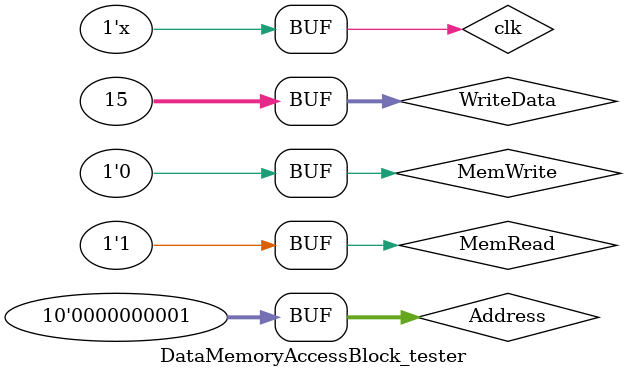
<source format=v>
`timescale 1ns / 1ps


module DataMemoryAccessBlock_tester;

	// Inputs
	reg clk;
	reg MemWrite;
	reg MemRead;
	reg [9:0] Address;
	reg [31:0] WriteData;

	// Outputs
	wire [31:0] ReadData;

	// Instantiate the Unit Under Test (UUT)
	DataMemoryAccessBlock uut (
		.clk(clk), 
		.MemWrite(MemWrite), 
		.MemRead(MemRead), 
		.Address(Address), 
		.WriteData(WriteData), 
		.ReadData(ReadData)
	);

	always #10 clk=~clk;

	initial begin
		// Initialize Inputs
		clk = 0;
		MemWrite = 0;
		MemRead = 0;
		Address = 0;
		WriteData = 0;

		// Wait 100 ns for global reset to finish
		#100;
      MemWrite = 1;
		WriteData = 15;	
		#20;
      MemWrite = 0;
		MemRead = 1;
		#20;
		Address = 1;
		// Add stimulus here
		

	end
      
endmodule


</source>
